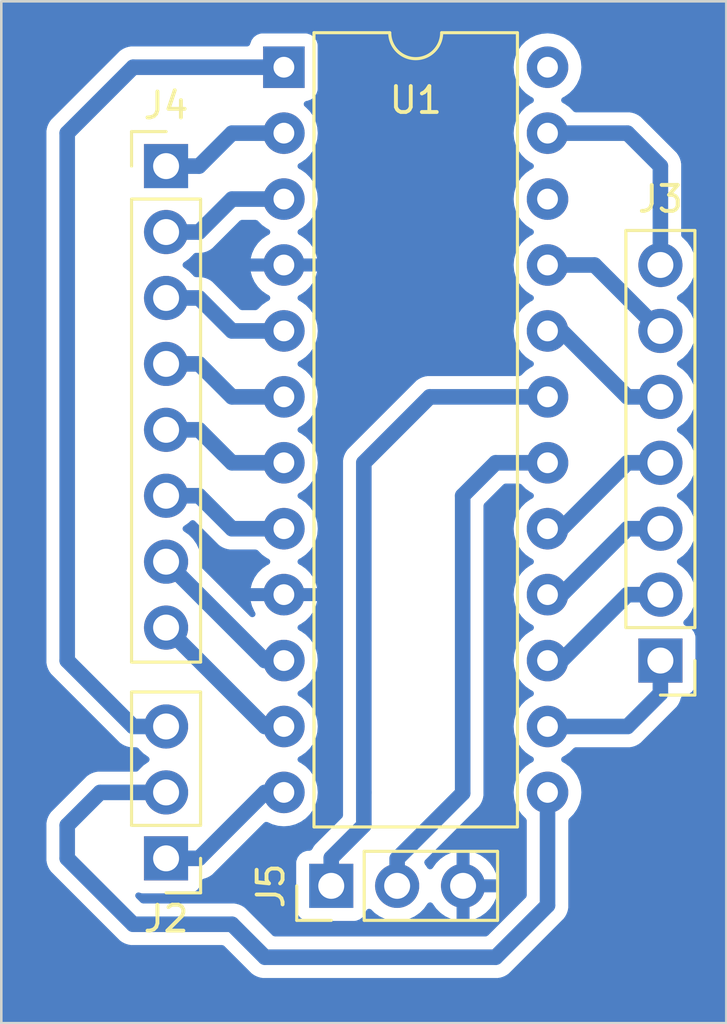
<source format=kicad_pcb>
(kicad_pcb (version 20221018) (generator pcbnew)
  (layers (0 "F.Cu" signal) (31 "B.Cu" signal) (34 "B.Paste" user) (35 "F.Paste" user) (36 "B.SilkS" user "B.Silkscreen") (37 "F.SilkS" user "F.Silkscreen") (38 "B.Mask" user) (39 "F.Mask" user) (44 "Edge.Cuts" user))
  (net 0 "")
  (net 1 "+5V")
  (net 2 "GND")
  (net 3 "Net-(J2-Pin_1)")
  (net 4 "Net-(J2-Pin_2)")
  (net 5 "Net-(J2-Pin_3)")
  (net 6 "Net-(J3-Pin_1)")
  (net 7 "Net-(J3-Pin_2)")
  (net 8 "Net-(J3-Pin_3)")
  (net 9 "Net-(J3-Pin_4)")
  (net 10 "Net-(J3-Pin_5)")
  (net 11 "Net-(J3-Pin_6)")
  (net 12 "Net-(J3-Pin_7)")
  (net 13 "Net-(J4-Pin_1)")
  (net 14 "Net-(J4-Pin_2)")
  (net 15 "Net-(J4-Pin_3)")
  (net 16 "Net-(J4-Pin_4)")
  (net 17 "Net-(J4-Pin_5)")
  (net 18 "Net-(J4-Pin_6)")
  (net 19 "Net-(J4-Pin_7)")
  (net 20 "Net-(J4-Pin_8)")
  (net 21 "Net-(J5-Pin_2)")
  (footprint "Connector_PinHeader_2.54mm:PinHeader_1x03_P2.54mm_Vertical" (layer "F.Cu") (at 119.395 97.58 90)
    (fp_text reference "J5" (at 0 -2.33 90) (layer "F.SilkS"))
    (fp_text value "PWR")
    (fp_line (start -1.33 -1.33) (end 0 -1.33) (stroke (width 0.12)) (layer "F.SilkS"))
    (fp_line (start -1.33 0) (end -1.33 -1.33) (stroke (width 0.12)) (layer "F.SilkS"))
    (fp_line (start -1.33 1.27) (end -1.33 6.41) (stroke (width 0.12)) (layer "F.SilkS"))
    (fp_line (start -1.33 1.27) (end 1.33 1.27) (stroke (width 0.12)) (layer "F.SilkS"))
    (fp_line (start -1.33 6.41) (end 1.33 6.41) (stroke (width 0.12)) (layer "F.SilkS"))
    (fp_line (start 1.33 1.27) (end 1.33 6.41) (stroke (width 0.12)) (layer "F.SilkS"))
    (pad "1" thru_hole rect (at 0 0 90) (size 1.7 1.7) (drill 1) (layers "*.Cu" "*.Mask") (net 1 "+5V"))
    (pad "2" thru_hole oval (at 0 2.54 90) (size 1.7 1.7) (drill 1) (layers "*.Cu" "*.Mask") (net 21 "Net-(J5-Pin_2)"))
    (pad "3" thru_hole oval (at 0 5.08 90) (size 1.7 1.7) (drill 1) (layers "*.Cu" "*.Mask") (net 2 "GND"))
  )
  (footprint "Package_DIP:DIP-24_W10.16mm" (layer "F.Cu") (at 117.57 66.04)
    (fp_text reference "U1" (at 5.08 1.27) (layer "F.SilkS"))
    (fp_text value "MAX7219")
    (fp_line (start 1.16 -1.33) (end 1.16 29.27) (stroke (width 0.12)) (layer "F.SilkS"))
    (fp_line (start 1.16 29.27) (end 9 29.27) (stroke (width 0.12)) (layer "F.SilkS"))
    (fp_line (start 4.08 -1.33) (end 1.16 -1.33) (stroke (width 0.12)) (layer "F.SilkS"))
    (fp_line (start 9 -1.33) (end 6.08 -1.33) (stroke (width 0.12)) (layer "F.SilkS"))
    (fp_line (start 9 29.27) (end 9 -1.33) (stroke (width 0.12)) (layer "F.SilkS"))
    (fp_arc (start 6.08 -1.33) (mid 5.08 -0.33) (end 4.08 -1.33) (stroke (width 0.12)) (layer "F.SilkS"))
    (pad "1" thru_hole rect (at 0 0) (size 1.6 1.6) (drill 0.8) (layers "*.Cu" "*.Mask") (net 5 "Net-(J2-Pin_3)"))
    (pad "2" thru_hole oval (at 0 2.54) (size 1.6 1.6) (drill 0.8) (layers "*.Cu" "*.Mask") (net 13 "Net-(J4-Pin_1)"))
    (pad "3" thru_hole oval (at 0 5.08) (size 1.6 1.6) (drill 0.8) (layers "*.Cu" "*.Mask") (net 14 "Net-(J4-Pin_2)"))
    (pad "4" thru_hole oval (at 0 7.62) (size 1.6 1.6) (drill 0.8) (layers "*.Cu" "*.Mask") (net 2 "GND"))
    (pad "5" thru_hole oval (at 0 10.16) (size 1.6 1.6) (drill 0.8) (layers "*.Cu" "*.Mask") (net 15 "Net-(J4-Pin_3)"))
    (pad "6" thru_hole oval (at 0 12.7) (size 1.6 1.6) (drill 0.8) (layers "*.Cu" "*.Mask") (net 16 "Net-(J4-Pin_4)"))
    (pad "7" thru_hole oval (at 0 15.24) (size 1.6 1.6) (drill 0.8) (layers "*.Cu" "*.Mask") (net 17 "Net-(J4-Pin_5)"))
    (pad "8" thru_hole oval (at 0 17.78) (size 1.6 1.6) (drill 0.8) (layers "*.Cu" "*.Mask") (net 18 "Net-(J4-Pin_6)"))
    (pad "9" thru_hole oval (at 0 20.32) (size 1.6 1.6) (drill 0.8) (layers "*.Cu" "*.Mask") (net 2 "GND"))
    (pad "10" thru_hole oval (at 0 22.86) (size 1.6 1.6) (drill 0.8) (layers "*.Cu" "*.Mask") (net 19 "Net-(J4-Pin_7)"))
    (pad "11" thru_hole oval (at 0 25.4) (size 1.6 1.6) (drill 0.8) (layers "*.Cu" "*.Mask") (net 20 "Net-(J4-Pin_8)"))
    (pad "12" thru_hole oval (at 0 27.94) (size 1.6 1.6) (drill 0.8) (layers "*.Cu" "*.Mask") (net 3 "Net-(J2-Pin_1)"))
    (pad "13" thru_hole oval (at 10.16 27.94) (size 1.6 1.6) (drill 0.8) (layers "*.Cu" "*.Mask") (net 4 "Net-(J2-Pin_2)"))
    (pad "14" thru_hole oval (at 10.16 25.4) (size 1.6 1.6) (drill 0.8) (layers "*.Cu" "*.Mask") (net 6 "Net-(J3-Pin_1)"))
    (pad "15" thru_hole oval (at 10.16 22.86) (size 1.6 1.6) (drill 0.8) (layers "*.Cu" "*.Mask") (net 7 "Net-(J3-Pin_2)"))
    (pad "16" thru_hole oval (at 10.16 20.32) (size 1.6 1.6) (drill 0.8) (layers "*.Cu" "*.Mask") (net 8 "Net-(J3-Pin_3)"))
    (pad "17" thru_hole oval (at 10.16 17.78) (size 1.6 1.6) (drill 0.8) (layers "*.Cu" "*.Mask") (net 9 "Net-(J3-Pin_4)"))
    (pad "18" thru_hole oval (at 10.16 15.24) (size 1.6 1.6) (drill 0.8) (layers "*.Cu" "*.Mask") (net 21 "Net-(J5-Pin_2)"))
    (pad "19" thru_hole oval (at 10.16 12.7) (size 1.6 1.6) (drill 0.8) (layers "*.Cu" "*.Mask") (net 1 "+5V"))
    (pad "20" thru_hole oval (at 10.16 10.16) (size 1.6 1.6) (drill 0.8) (layers "*.Cu" "*.Mask") (net 10 "Net-(J3-Pin_5)"))
    (pad "21" thru_hole oval (at 10.16 7.62) (size 1.6 1.6) (drill 0.8) (layers "*.Cu" "*.Mask") (net 11 "Net-(J3-Pin_6)"))
    (pad "22" thru_hole oval (at 10.16 5.08) (size 1.6 1.6) (drill 0.8) (layers "*.Cu" "*.Mask"))
    (pad "23" thru_hole oval (at 10.16 2.54) (size 1.6 1.6) (drill 0.8) (layers "*.Cu" "*.Mask") (net 12 "Net-(J3-Pin_7)"))
    (pad "24" thru_hole oval (at 10.16 0) (size 1.6 1.6) (drill 0.8) (layers "*.Cu" "*.Mask"))
  )
  (footprint "Connector_PinHeader_2.54mm:PinHeader_1x08_P2.54mm_Vertical" (layer "F.Cu") (at 113.03 69.85)
    (fp_text reference "J4" (at 0 -2.33) (layer "F.SilkS"))
    (fp_text value "Digits")
    (fp_line (start -1.33 -1.33) (end 0 -1.33) (stroke (width 0.12)) (layer "F.SilkS"))
    (fp_line (start -1.33 0) (end -1.33 -1.33) (stroke (width 0.12)) (layer "F.SilkS"))
    (fp_line (start -1.33 1.27) (end -1.33 19.11) (stroke (width 0.12)) (layer "F.SilkS"))
    (fp_line (start -1.33 1.27) (end 1.33 1.27) (stroke (width 0.12)) (layer "F.SilkS"))
    (fp_line (start -1.33 19.11) (end 1.33 19.11) (stroke (width 0.12)) (layer "F.SilkS"))
    (fp_line (start 1.33 1.27) (end 1.33 19.11) (stroke (width 0.12)) (layer "F.SilkS"))
    (pad "1" thru_hole rect (at 0 0) (size 1.7 1.7) (drill 1) (layers "*.Cu" "*.Mask") (net 13 "Net-(J4-Pin_1)"))
    (pad "2" thru_hole oval (at 0 2.54) (size 1.7 1.7) (drill 1) (layers "*.Cu" "*.Mask") (net 14 "Net-(J4-Pin_2)"))
    (pad "3" thru_hole oval (at 0 5.08) (size 1.7 1.7) (drill 1) (layers "*.Cu" "*.Mask") (net 15 "Net-(J4-Pin_3)"))
    (pad "4" thru_hole oval (at 0 7.62) (size 1.7 1.7) (drill 1) (layers "*.Cu" "*.Mask") (net 16 "Net-(J4-Pin_4)"))
    (pad "5" thru_hole oval (at 0 10.16) (size 1.7 1.7) (drill 1) (layers "*.Cu" "*.Mask") (net 17 "Net-(J4-Pin_5)"))
    (pad "6" thru_hole oval (at 0 12.7) (size 1.7 1.7) (drill 1) (layers "*.Cu" "*.Mask") (net 18 "Net-(J4-Pin_6)"))
    (pad "7" thru_hole oval (at 0 15.24) (size 1.7 1.7) (drill 1) (layers "*.Cu" "*.Mask") (net 19 "Net-(J4-Pin_7)"))
    (pad "8" thru_hole oval (at 0 17.78) (size 1.7 1.7) (drill 1) (layers "*.Cu" "*.Mask") (net 20 "Net-(J4-Pin_8)"))
  )
  (footprint "Connector_PinHeader_2.54mm:PinHeader_1x03_P2.54mm_Vertical" (layer "F.Cu") (at 113.03 96.52 180)
    (fp_text reference "J2" (at 0 -2.33) (layer "F.SilkS"))
    (fp_text value "Data")
    (fp_line (start -1.33 -1.33) (end 0 -1.33) (stroke (width 0.12)) (layer "F.SilkS"))
    (fp_line (start -1.33 0) (end -1.33 -1.33) (stroke (width 0.12)) (layer "F.SilkS"))
    (fp_line (start -1.33 1.27) (end -1.33 6.41) (stroke (width 0.12)) (layer "F.SilkS"))
    (fp_line (start -1.33 1.27) (end 1.33 1.27) (stroke (width 0.12)) (layer "F.SilkS"))
    (fp_line (start -1.33 6.41) (end 1.33 6.41) (stroke (width 0.12)) (layer "F.SilkS"))
    (fp_line (start 1.33 1.27) (end 1.33 6.41) (stroke (width 0.12)) (layer "F.SilkS"))
    (pad "1" thru_hole rect (at 0 0 180) (size 1.7 1.7) (drill 1) (layers "*.Cu" "*.Mask") (net 3 "Net-(J2-Pin_1)"))
    (pad "2" thru_hole oval (at 0 2.54 180) (size 1.7 1.7) (drill 1) (layers "*.Cu" "*.Mask") (net 4 "Net-(J2-Pin_2)"))
    (pad "3" thru_hole oval (at 0 5.08 180) (size 1.7 1.7) (drill 1) (layers "*.Cu" "*.Mask") (net 5 "Net-(J2-Pin_3)"))
  )
  (footprint "Connector_PinHeader_2.54mm:PinHeader_1x07_P2.54mm_Vertical" (layer "F.Cu") (at 132.08 88.9 180)
    (fp_text reference "J3" (at 0 17.78) (layer "F.SilkS"))
    (fp_text value "Segs")
    (fp_line (start -1.33 -1.33) (end 0 -1.33) (stroke (width 0.12)) (layer "F.SilkS"))
    (fp_line (start -1.33 0) (end -1.33 -1.33) (stroke (width 0.12)) (layer "F.SilkS"))
    (fp_line (start -1.33 1.27) (end -1.33 16.57) (stroke (width 0.12)) (layer "F.SilkS"))
    (fp_line (start -1.33 1.27) (end 1.33 1.27) (stroke (width 0.12)) (layer "F.SilkS"))
    (fp_line (start -1.33 16.57) (end 1.33 16.57) (stroke (width 0.12)) (layer "F.SilkS"))
    (fp_line (start 1.33 1.27) (end 1.33 16.57) (stroke (width 0.12)) (layer "F.SilkS"))
    (pad "1" thru_hole rect (at 0 0 180) (size 1.7 1.7) (drill 1) (layers "*.Cu" "*.Mask") (net 6 "Net-(J3-Pin_1)"))
    (pad "2" thru_hole oval (at 0 2.54 180) (size 1.7 1.7) (drill 1) (layers "*.Cu" "*.Mask") (net 7 "Net-(J3-Pin_2)"))
    (pad "3" thru_hole oval (at 0 5.08 180) (size 1.7 1.7) (drill 1) (layers "*.Cu" "*.Mask") (net 8 "Net-(J3-Pin_3)"))
    (pad "4" thru_hole oval (at 0 7.62 180) (size 1.7 1.7) (drill 1) (layers "*.Cu" "*.Mask") (net 9 "Net-(J3-Pin_4)"))
    (pad "5" thru_hole oval (at 0 10.16 180) (size 1.7 1.7) (drill 1) (layers "*.Cu" "*.Mask") (net 10 "Net-(J3-Pin_5)"))
    (pad "6" thru_hole oval (at 0 12.7 180) (size 1.7 1.7) (drill 1) (layers "*.Cu" "*.Mask") (net 11 "Net-(J3-Pin_6)"))
    (pad "7" thru_hole oval (at 0 15.24 180) (size 1.7 1.7) (drill 1) (layers "*.Cu" "*.Mask") (net 12 "Net-(J3-Pin_7)"))
  )
  (gr_rect (start 106.68 63.5) (end 134.62 102.87) (stroke (width 0.1)) (fill none) (layer "Edge.Cuts"))
  (segment (start 120.65 93.98) (end 120.65 81.28) (width 0.6) (layer "B.Cu") (net 1))
  (segment (start 120.65 81.28) (end 123.19 78.74) (width 0.6) (layer "B.Cu") (net 1))
  (segment (start 119.395 97.58) (end 119.395 96.505) (width 0.6) (layer "B.Cu") (net 1))
  (segment (start 123.19 78.74) (end 127.73 78.74) (width 0.6) (layer "B.Cu") (net 1))
  (segment (start 119.395 96.505) (end 120.65 95.25) (width 0.6) (layer "B.Cu") (net 1))
  (segment (start 120.65 95.25) (end 120.65 93.98) (width 0.6) (layer "B.Cu") (net 1))
  (segment (start 113.03 96.52) (end 114.3 96.52) (width 0.6) (layer "B.Cu") (net 3))
  (segment (start 114.3 96.52) (end 116.84 93.98) (width 0.6) (layer "B.Cu") (net 3))
  (segment (start 116.84 93.98) (end 117.57 93.98) (width 0.6) (layer "B.Cu") (net 3))
  (segment (start 125.73 100.33) (end 127.73 98.33) (width 0.6) (layer "B.Cu") (net 4))
  (segment (start 127.73 98.33) (end 127.73 93.98) (width 0.6) (layer "B.Cu") (net 4))
  (segment (start 109.22 95.25) (end 109.22 96.52) (width 0.6) (layer "B.Cu") (net 4))
  (segment (start 116.84 100.33) (end 125.73 100.33) (width 0.6) (layer "B.Cu") (net 4))
  (segment (start 115.57 99.06) (end 116.84 100.33) (width 0.6) (layer "B.Cu") (net 4))
  (segment (start 110.49 93.98) (end 109.22 95.25) (width 0.6) (layer "B.Cu") (net 4))
  (segment (start 111.76 99.06) (end 115.57 99.06) (width 0.6) (layer "B.Cu") (net 4))
  (segment (start 113.03 93.98) (end 110.49 93.98) (width 0.6) (layer "B.Cu") (net 4))
  (segment (start 109.22 96.52) (end 111.76 99.06) (width 0.6) (layer "B.Cu") (net 4))
  (segment (start 109.22 68.58) (end 109.22 88.9) (width 0.6) (layer "B.Cu") (net 5))
  (segment (start 111.76 91.44) (end 113.03 91.44) (width 0.6) (layer "B.Cu") (net 5))
  (segment (start 109.22 88.9) (end 111.76 91.44) (width 0.6) (layer "B.Cu") (net 5))
  (segment (start 117.57 66.04) (end 111.76 66.04) (width 0.6) (layer "B.Cu") (net 5))
  (segment (start 109.22 68.58) (end 111.76 66.04) (width 0.6) (layer "B.Cu") (net 5))
  (segment (start 127.73 91.44) (end 130.81 91.44) (width 0.6) (layer "B.Cu") (net 6))
  (segment (start 130.81 91.44) (end 132.08 90.17) (width 0.6) (layer "B.Cu") (net 6))
  (segment (start 132.08 90.17) (end 132.08 88.9) (width 0.6) (layer "B.Cu") (net 6))
  (segment (start 128.27 88.9) (end 130.81 86.36) (width 0.6) (layer "B.Cu") (net 7))
  (segment (start 130.81 86.36) (end 132.08 86.36) (width 0.6) (layer "B.Cu") (net 7))
  (segment (start 127.73 88.9) (end 128.27 88.9) (width 0.6) (layer "B.Cu") (net 7))
  (segment (start 130.81 83.82) (end 132.08 83.82) (width 0.6) (layer "B.Cu") (net 8))
  (segment (start 128.27 86.36) (end 130.81 83.82) (width 0.6) (layer "B.Cu") (net 8))
  (segment (start 127.73 86.36) (end 128.27 86.36) (width 0.6) (layer "B.Cu") (net 8))
  (segment (start 130.81 81.28) (end 132.08 81.28) (width 0.6) (layer "B.Cu") (net 9))
  (segment (start 127.73 83.82) (end 128.27 83.82) (width 0.6) (layer "B.Cu") (net 9))
  (segment (start 128.27 83.82) (end 130.81 81.28) (width 0.6) (layer "B.Cu") (net 9))
  (segment (start 130.81 78.74) (end 132.08 78.74) (width 0.6) (layer "B.Cu") (net 10))
  (segment (start 127.73 76.2) (end 128.27 76.2) (width 0.6) (layer "B.Cu") (net 10))
  (segment (start 128.27 76.2) (end 130.81 78.74) (width 0.6) (layer "B.Cu") (net 10))
  (segment (start 129.54 73.66) (end 132.08 76.2) (width 0.6) (layer "B.Cu") (net 11))
  (segment (start 127.73 73.66) (end 129.54 73.66) (width 0.6) (layer "B.Cu") (net 11))
  (segment (start 127.73 68.58) (end 130.81 68.58) (width 0.6) (layer "B.Cu") (net 12))
  (segment (start 132.08 69.85) (end 132.08 73.66) (width 0.6) (layer "B.Cu") (net 12))
  (segment (start 130.81 68.58) (end 132.08 69.85) (width 0.6) (layer "B.Cu") (net 12))
  (segment (start 113.03 69.85) (end 114.3 69.85) (width 0.6) (layer "B.Cu") (net 13))
  (segment (start 115.57 68.58) (end 117.57 68.58) (width 0.6) (layer "B.Cu") (net 13))
  (segment (start 114.3 69.85) (end 115.57 68.58) (width 0.6) (layer "B.Cu") (net 13))
  (segment (start 113.03 72.39) (end 114.3 72.39) (width 0.6) (layer "B.Cu") (net 14))
  (segment (start 115.57 71.12) (end 117.57 71.12) (width 0.6) (layer "B.Cu") (net 14))
  (segment (start 114.3 72.39) (end 115.57 71.12) (width 0.6) (layer "B.Cu") (net 14))
  (segment (start 114.3 74.93) (end 115.57 76.2) (width 0.6) (layer "B.Cu") (net 15))
  (segment (start 113.03 74.93) (end 114.3 74.93) (width 0.6) (layer "B.Cu") (net 15))
  (segment (start 115.57 76.2) (end 117.57 76.2) (width 0.6) (layer "B.Cu") (net 15))
  (segment (start 113.03 77.47) (end 114.3 77.47) (width 0.6) (layer "B.Cu") (net 16))
  (segment (start 115.57 78.74) (end 117.57 78.74) (width 0.6) (layer "B.Cu") (net 16))
  (segment (start 114.3 77.47) (end 115.57 78.74) (width 0.6) (layer "B.Cu") (net 16))
  (segment (start 115.57 81.28) (end 117.57 81.28) (width 0.6) (layer "B.Cu") (net 17))
  (segment (start 114.3 80.01) (end 115.57 81.28) (width 0.6) (layer "B.Cu") (net 17))
  (segment (start 113.03 80.01) (end 114.3 80.01) (width 0.6) (layer "B.Cu") (net 17))
  (segment (start 114.3 82.55) (end 115.57 83.82) (width 0.6) (layer "B.Cu") (net 18))
  (segment (start 115.57 83.82) (end 117.57 83.82) (width 0.6) (layer "B.Cu") (net 18))
  (segment (start 113.03 82.55) (end 114.3 82.55) (width 0.6) (layer "B.Cu") (net 18))
  (segment (start 116.84 88.9) (end 117.57 88.9) (width 0.6) (layer "B.Cu") (net 19))
  (segment (start 113.03 85.09) (end 116.84 88.9) (width 0.6) (layer "B.Cu") (net 19))
  (segment (start 113.03 87.63) (end 116.84 91.44) (width 0.6) (layer "B.Cu") (net 20))
  (segment (start 116.84 91.44) (end 117.57 91.44) (width 0.6) (layer "B.Cu") (net 20))
  (segment (start 121.935 96.535) (end 124.46 94.01) (width 0.6) (layer "B.Cu") (net 21))
  (segment (start 125.73 81.28) (end 127.73 81.28) (width 0.6) (layer "B.Cu") (net 21))
  (segment (start 121.935 97.58) (end 121.935 96.535) (width 0.6) (layer "B.Cu") (net 21))
  (segment (start 124.46 94.01) (end 124.46 82.55) (width 0.6) (layer "B.Cu") (net 21))
  (segment (start 124.46 82.55) (end 125.73 81.28) (width 0.6) (layer "B.Cu") (net 21))
  (zone (net 2) (net_name "GND") (layer "B.Cu") (connect_pads (clearance 0.5)) (min_thickness 0.25) (fill yes (thermal_gap 0.5) (thermal_bridge_width 0.5))
    (polygon (pts (xy 106.68 63.5) (xy 134.62 63.5) (xy 134.62 102.87) (xy 106.68 102.87)))
  )
)
</source>
